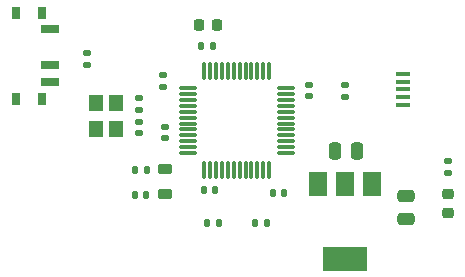
<source format=gbr>
%TF.GenerationSoftware,KiCad,Pcbnew,7.0.8*%
%TF.CreationDate,2023-11-01T19:37:33-03:00*%
%TF.ProjectId,KICAD_STM32,4b494341-445f-4535-944d-33322e6b6963,rev?*%
%TF.SameCoordinates,Original*%
%TF.FileFunction,Paste,Top*%
%TF.FilePolarity,Positive*%
%FSLAX46Y46*%
G04 Gerber Fmt 4.6, Leading zero omitted, Abs format (unit mm)*
G04 Created by KiCad (PCBNEW 7.0.8) date 2023-11-01 19:37:33*
%MOMM*%
%LPD*%
G01*
G04 APERTURE LIST*
G04 Aperture macros list*
%AMRoundRect*
0 Rectangle with rounded corners*
0 $1 Rounding radius*
0 $2 $3 $4 $5 $6 $7 $8 $9 X,Y pos of 4 corners*
0 Add a 4 corners polygon primitive as box body*
4,1,4,$2,$3,$4,$5,$6,$7,$8,$9,$2,$3,0*
0 Add four circle primitives for the rounded corners*
1,1,$1+$1,$2,$3*
1,1,$1+$1,$4,$5*
1,1,$1+$1,$6,$7*
1,1,$1+$1,$8,$9*
0 Add four rect primitives between the rounded corners*
20,1,$1+$1,$2,$3,$4,$5,0*
20,1,$1+$1,$4,$5,$6,$7,0*
20,1,$1+$1,$6,$7,$8,$9,0*
20,1,$1+$1,$8,$9,$2,$3,0*%
G04 Aperture macros list end*
%ADD10RoundRect,0.140000X0.170000X-0.140000X0.170000X0.140000X-0.170000X0.140000X-0.170000X-0.140000X0*%
%ADD11R,1.200000X1.400000*%
%ADD12R,1.300000X0.450000*%
%ADD13R,0.800000X1.000000*%
%ADD14R,1.500000X0.700000*%
%ADD15RoundRect,0.135000X0.185000X-0.135000X0.185000X0.135000X-0.185000X0.135000X-0.185000X-0.135000X0*%
%ADD16R,1.500000X2.000000*%
%ADD17R,3.800000X2.000000*%
%ADD18RoundRect,0.140000X0.140000X0.170000X-0.140000X0.170000X-0.140000X-0.170000X0.140000X-0.170000X0*%
%ADD19RoundRect,0.135000X0.135000X0.185000X-0.135000X0.185000X-0.135000X-0.185000X0.135000X-0.185000X0*%
%ADD20RoundRect,0.140000X-0.170000X0.140000X-0.170000X-0.140000X0.170000X-0.140000X0.170000X0.140000X0*%
%ADD21RoundRect,0.250000X-0.250000X-0.475000X0.250000X-0.475000X0.250000X0.475000X-0.250000X0.475000X0*%
%ADD22RoundRect,0.075000X-0.662500X-0.075000X0.662500X-0.075000X0.662500X0.075000X-0.662500X0.075000X0*%
%ADD23RoundRect,0.075000X-0.075000X-0.662500X0.075000X-0.662500X0.075000X0.662500X-0.075000X0.662500X0*%
%ADD24RoundRect,0.140000X-0.140000X-0.170000X0.140000X-0.170000X0.140000X0.170000X-0.140000X0.170000X0*%
%ADD25RoundRect,0.225000X-0.225000X-0.250000X0.225000X-0.250000X0.225000X0.250000X-0.225000X0.250000X0*%
%ADD26RoundRect,0.250000X0.475000X-0.250000X0.475000X0.250000X-0.475000X0.250000X-0.475000X-0.250000X0*%
%ADD27RoundRect,0.135000X-0.185000X0.135000X-0.185000X-0.135000X0.185000X-0.135000X0.185000X0.135000X0*%
%ADD28RoundRect,0.218750X-0.381250X0.218750X-0.381250X-0.218750X0.381250X-0.218750X0.381250X0.218750X0*%
%ADD29RoundRect,0.218750X-0.256250X0.218750X-0.256250X-0.218750X0.256250X-0.218750X0.256250X0.218750X0*%
%ADD30RoundRect,0.135000X-0.135000X-0.185000X0.135000X-0.185000X0.135000X0.185000X-0.135000X0.185000X0*%
G04 APERTURE END LIST*
D10*
%TO.C,C4*%
X102000000Y-28730000D03*
X102000000Y-27770000D03*
%TD*%
D11*
%TO.C,Y1*%
X96300000Y-30074000D03*
X96300000Y-32274000D03*
X98000000Y-32274000D03*
X98000000Y-30074000D03*
%TD*%
D12*
%TO.C,J1*%
X122313000Y-27661000D03*
X122313000Y-28311000D03*
X122313000Y-28961000D03*
X122313000Y-29611000D03*
X122313000Y-30261000D03*
%TD*%
D10*
%TO.C,C13*%
X99900000Y-32680000D03*
X99900000Y-31720000D03*
%TD*%
D13*
%TO.C,SW1*%
X91712000Y-22450000D03*
X89502000Y-22450000D03*
X91712000Y-29750000D03*
X89502000Y-29750000D03*
D14*
X92362000Y-23850000D03*
X92362000Y-26850000D03*
X92362000Y-28350000D03*
%TD*%
D10*
%TO.C,C12*%
X99900000Y-30666000D03*
X99900000Y-29706000D03*
%TD*%
D15*
%TO.C,R2*%
X95504000Y-26924000D03*
X95504000Y-25904000D03*
%TD*%
D16*
%TO.C,U1*%
X119648000Y-36982000D03*
X117348000Y-36982000D03*
D17*
X117348000Y-43282000D03*
D16*
X115048000Y-36982000D03*
%TD*%
D18*
%TO.C,C10*%
X100556000Y-37900000D03*
X99596000Y-37900000D03*
%TD*%
D10*
%TO.C,C8*%
X102108000Y-33066000D03*
X102108000Y-32106000D03*
%TD*%
D19*
%TO.C,R4*%
X106680000Y-40250000D03*
X105660000Y-40250000D03*
%TD*%
D18*
%TO.C,C9*%
X100584000Y-35755000D03*
X99624000Y-35755000D03*
%TD*%
D20*
%TO.C,C6*%
X114300000Y-28578000D03*
X114300000Y-29538000D03*
%TD*%
D21*
%TO.C,C1*%
X116500000Y-34138000D03*
X118400000Y-34138000D03*
%TD*%
D22*
%TO.C,U2*%
X104041500Y-28848000D03*
X104041500Y-29348000D03*
X104041500Y-29848000D03*
X104041500Y-30348000D03*
X104041500Y-30848000D03*
X104041500Y-31348000D03*
X104041500Y-31848000D03*
X104041500Y-32348000D03*
X104041500Y-32848000D03*
X104041500Y-33348000D03*
X104041500Y-33848000D03*
X104041500Y-34348000D03*
D23*
X105454000Y-35760500D03*
X105954000Y-35760500D03*
X106454000Y-35760500D03*
X106954000Y-35760500D03*
X107454000Y-35760500D03*
X107954000Y-35760500D03*
X108454000Y-35760500D03*
X108954000Y-35760500D03*
X109454000Y-35760500D03*
X109954000Y-35760500D03*
X110454000Y-35760500D03*
X110954000Y-35760500D03*
D22*
X112366500Y-34348000D03*
X112366500Y-33848000D03*
X112366500Y-33348000D03*
X112366500Y-32848000D03*
X112366500Y-32348000D03*
X112366500Y-31848000D03*
X112366500Y-31348000D03*
X112366500Y-30848000D03*
X112366500Y-30348000D03*
X112366500Y-29848000D03*
X112366500Y-29348000D03*
X112366500Y-28848000D03*
D23*
X110954000Y-27435500D03*
X110454000Y-27435500D03*
X109954000Y-27435500D03*
X109454000Y-27435500D03*
X108954000Y-27435500D03*
X108454000Y-27435500D03*
X107954000Y-27435500D03*
X107454000Y-27435500D03*
X106954000Y-27435500D03*
X106454000Y-27435500D03*
X105954000Y-27435500D03*
X105454000Y-27435500D03*
%TD*%
D24*
%TO.C,C11*%
X105420000Y-37500000D03*
X106380000Y-37500000D03*
%TD*%
D15*
%TO.C,R1*%
X126100000Y-36000000D03*
X126100000Y-34980000D03*
%TD*%
D18*
%TO.C,C7*%
X112230000Y-37694000D03*
X111270000Y-37694000D03*
%TD*%
D25*
%TO.C,C3*%
X104975000Y-23470000D03*
X106525000Y-23470000D03*
%TD*%
D24*
%TO.C,C5*%
X105212000Y-25250000D03*
X106172000Y-25250000D03*
%TD*%
D26*
%TO.C,C2*%
X122500000Y-39900000D03*
X122500000Y-38000000D03*
%TD*%
D27*
%TO.C,R3*%
X117348000Y-28546000D03*
X117348000Y-29566000D03*
%TD*%
D28*
%TO.C,FB1*%
X102108000Y-35662000D03*
X102108000Y-37787000D03*
%TD*%
D29*
%TO.C,D1*%
X126100000Y-37806500D03*
X126100000Y-39381500D03*
%TD*%
D30*
%TO.C,R5*%
X109728000Y-40250000D03*
X110748000Y-40250000D03*
%TD*%
M02*

</source>
